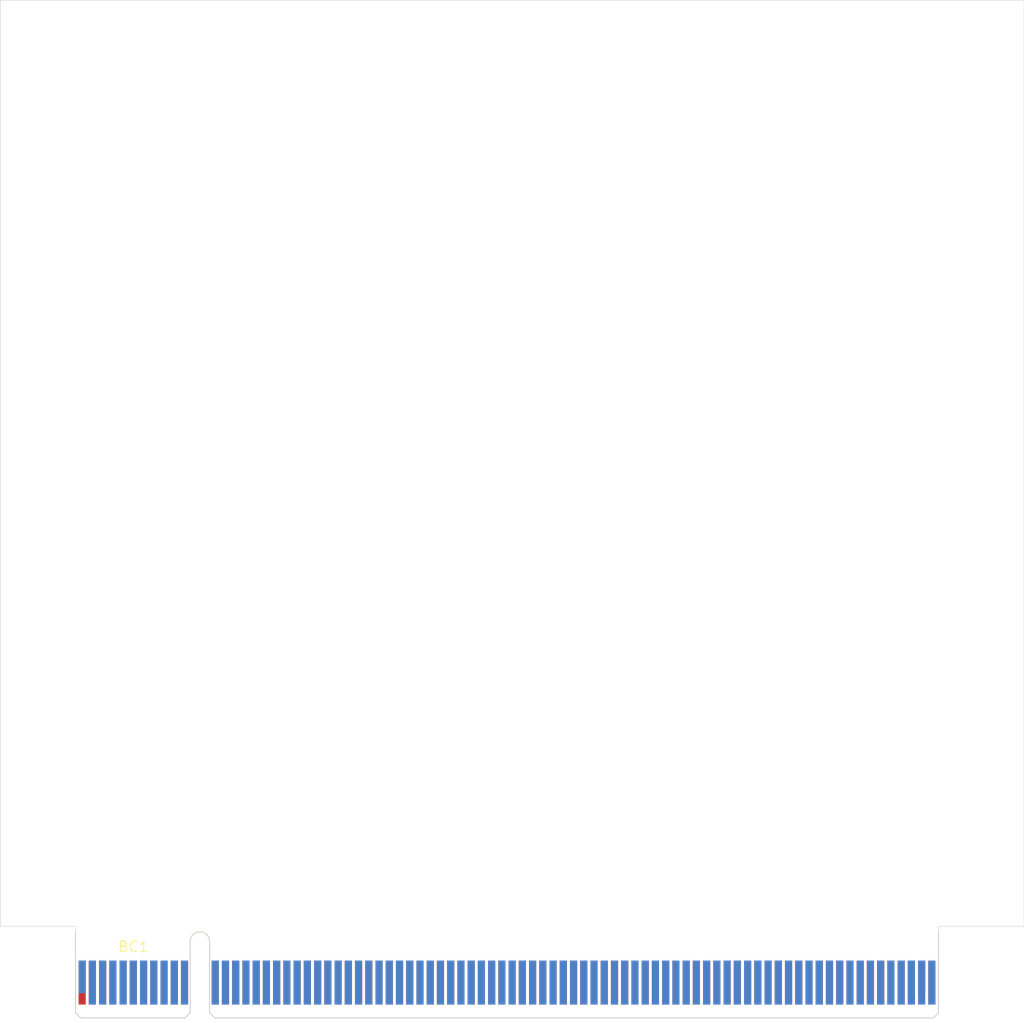
<source format=kicad_pcb>
(kicad_pcb (version 20241229) (generator "pcbnew") (generator_version "9.0")
  (layers (0 "F.Cu" signal) (2 "B.Cu" signal) (13 "F.Paste" user) (15 "B.Paste" user) (5 "F.SilkS" user "F.Silkscreen") (7 "B.SilkS" user "B.Silkscreen") (1 "F.Mask" user) (3 "B.Mask" user) (25 "Edge.Cuts" user))
  (net 0 "")
  (net 1 "VCC")
  (net 2 "GND")
  (net 71 "/LAC")
  (net 74 "/DATA0")
  (net 75 "/DATA1")
  (net 76 "/DATA2")
  (net 77 "/DATA3")
  (net 78 "/DATA4")
  (net 79 "/DATA5")
  (net 80 "/DATA6")
  (net 81 "/DATA7")
  (net 86 "/~{RAC}")
  (net 89 "/ACSHLEFT")
  (net 90 "/ACSHRIGHT")
  (net 93 "/~{CLK}")
  (footprint "Connector_PCBEdge:BUS_PCIexpress_x16" (layer "F.Cu") (at 96.5 124)
    (property "Reference" "BC1" (at 5 -3.5 0) (layer "F.SilkS"))
    (property "Value" "BusConnector")
    (fp_line (start -0.65 -4.95) (end -0.65 2.95) (stroke (width 0.1)) (layer "Edge.Cuts"))
    (fp_line (start -0.65 2.95) (end -0.15 3.45) (stroke (width 0.1)) (layer "Edge.Cuts"))
    (fp_line (start -0.15 3.45) (end 10.05 3.45) (stroke (width 0.1)) (layer "Edge.Cuts"))
    (fp_line (start 10.55 -4) (end 10.55 2.95) (stroke (width 0.1)) (layer "Edge.Cuts"))
    (fp_line (start 10.55 2.95) (end 10.05 3.45) (stroke (width 0.1)) (layer "Edge.Cuts"))
    (fp_line (start 12.45 -4) (end 12.45 2.95) (stroke (width 0.1)) (layer "Edge.Cuts"))
    (fp_line (start 12.45 2.95) (end 12.95 3.45) (stroke (width 0.1)) (layer "Edge.Cuts"))
    (fp_line (start 12.95 3.45) (end 83.15 3.45) (stroke (width 0.1)) (layer "Edge.Cuts"))
    (fp_line (start 83.65 -4.95) (end 83.65 2.95) (stroke (width 0.1)) (layer "Edge.Cuts"))
    (fp_line (start 83.65 2.95) (end 83.15 3.45) (stroke (width 0.1)) (layer "Edge.Cuts"))
    (fp_arc (start 10.55 -4) (mid 11.5 -4.95) (end 12.45 -4) (stroke (width 0.1)) (layer "Edge.Cuts"))
    (pad "A1" connect rect (at 0 -0.55) (size 0.7 3.2) (layers "B.Cu" "B.Mask") (net 1 "VCC"))
    (pad "A2" connect rect (at 1 0) (size 0.7 4.3) (layers "B.Cu" "B.Mask") (net 1 "VCC"))
    (pad "A3" connect rect (at 2 0) (size 0.7 4.3) (layers "B.Cu" "B.Mask") (net 1 "VCC"))
    (pad "A4" connect rect (at 3 0) (size 0.7 4.3) (layers "B.Cu" "B.Mask") (net 1 "VCC"))
    (pad "A5" connect rect (at 4 0) (size 0.7 4.3) (layers "B.Cu" "B.Mask") (net 1 "VCC"))
    (pad "A6" connect rect (at 5 0) (size 0.7 4.3) (layers "B.Cu" "B.Mask"))
    (pad "A7" connect rect (at 6 0) (size 0.7 4.3) (layers "B.Cu" "B.Mask"))
    (pad "A8" connect rect (at 7 0) (size 0.7 4.3) (layers "B.Cu" "B.Mask"))
    (pad "A9" connect rect (at 8 0) (size 0.7 4.3) (layers "B.Cu" "B.Mask"))
    (pad "A10" connect rect (at 9 0) (size 0.7 4.3) (layers "B.Cu" "B.Mask"))
    (pad "A11" connect rect (at 10 0) (size 0.7 4.3) (layers "B.Cu" "B.Mask"))
    (pad "A12" connect rect (at 13 0) (size 0.7 4.3) (layers "B.Cu" "B.Mask") (net 2 "GND"))
    (pad "A13" connect rect (at 14 0) (size 0.7 4.3) (layers "B.Cu" "B.Mask") (net 2 "GND"))
    (pad "A14" connect rect (at 15 0) (size 0.7 4.3) (layers "B.Cu" "B.Mask"))
    (pad "A15" connect rect (at 16 0) (size 0.7 4.3) (layers "B.Cu" "B.Mask"))
    (pad "A16" connect rect (at 17 0) (size 0.7 4.3) (layers "B.Cu" "B.Mask"))
    (pad "A17" connect rect (at 18 0) (size 0.7 4.3) (layers "B.Cu" "B.Mask"))
    (pad "A18" connect rect (at 19 0) (size 0.7 4.3) (layers "B.Cu" "B.Mask"))
    (pad "A19" connect rect (at 20 0) (size 0.7 4.3) (layers "B.Cu" "B.Mask"))
    (pad "A20" connect rect (at 21 0) (size 0.7 4.3) (layers "B.Cu" "B.Mask"))
    (pad "A21" connect rect (at 22 0) (size 0.7 4.3) (layers "B.Cu" "B.Mask") (net 71 "/LAC"))
    (pad "A22" connect rect (at 23 0) (size 0.7 4.3) (layers "B.Cu" "B.Mask"))
    (pad "A23" connect rect (at 24 0) (size 0.7 4.3) (layers "B.Cu" "B.Mask") (net 2 "GND"))
    (pad "A24" connect rect (at 25 0) (size 0.7 4.3) (layers "B.Cu" "B.Mask"))
    (pad "A25" connect rect (at 26 0) (size 0.7 4.3) (layers "B.Cu" "B.Mask"))
    (pad "A26" connect rect (at 27 0) (size 0.7 4.3) (layers "B.Cu" "B.Mask"))
    (pad "A27" connect rect (at 28 0) (size 0.7 4.3) (layers "B.Cu" "B.Mask"))
    (pad "A28" connect rect (at 29 0) (size 0.7 4.3) (layers "B.Cu" "B.Mask"))
    (pad "A29" connect rect (at 30 0) (size 0.7 4.3) (layers "B.Cu" "B.Mask"))
    (pad "A30" connect rect (at 31 0) (size 0.7 4.3) (layers "B.Cu" "B.Mask"))
    (pad "A31" connect rect (at 32 0) (size 0.7 4.3) (layers "B.Cu" "B.Mask"))
    (pad "A32" connect rect (at 33 0) (size 0.7 4.3) (layers "B.Cu" "B.Mask") (net 2 "GND"))
    (pad "A33" connect rect (at 34 0) (size 0.7 4.3) (layers "B.Cu" "B.Mask"))
    (pad "A34" connect rect (at 35 0) (size 0.7 4.3) (layers "B.Cu" "B.Mask"))
    (pad "A35" connect rect (at 36 0) (size 0.7 4.3) (layers "B.Cu" "B.Mask"))
    (pad "A36" connect rect (at 37 0) (size 0.7 4.3) (layers "B.Cu" "B.Mask"))
    (pad "A37" connect rect (at 38 0) (size 0.7 4.3) (layers "B.Cu" "B.Mask"))
    (pad "A38" connect rect (at 39 0) (size 0.7 4.3) (layers "B.Cu" "B.Mask"))
    (pad "A39" connect rect (at 40 0) (size 0.7 4.3) (layers "B.Cu" "B.Mask"))
    (pad "A40" connect rect (at 41 0) (size 0.7 4.3) (layers "B.Cu" "B.Mask"))
    (pad "A41" connect rect (at 42 0) (size 0.7 4.3) (layers "B.Cu" "B.Mask") (net 2 "GND"))
    (pad "A42" connect rect (at 43 0) (size 0.7 4.3) (layers "B.Cu" "B.Mask"))
    (pad "A43" connect rect (at 44 0) (size 0.7 4.3) (layers "B.Cu" "B.Mask"))
    (pad "A44" connect rect (at 45 0) (size 0.7 4.3) (layers "B.Cu" "B.Mask"))
    (pad "A45" connect rect (at 46 0) (size 0.7 4.3) (layers "B.Cu" "B.Mask"))
    (pad "A46" connect rect (at 47 0) (size 0.7 4.3) (layers "B.Cu" "B.Mask"))
    (pad "A47" connect rect (at 48 0) (size 0.7 4.3) (layers "B.Cu" "B.Mask"))
    (pad "A48" connect rect (at 49 0) (size 0.7 4.3) (layers "B.Cu" "B.Mask"))
    (pad "A49" connect rect (at 50 0) (size 0.7 4.3) (layers "B.Cu" "B.Mask"))
    (pad "A50" connect rect (at 51 0) (size 0.7 4.3) (layers "B.Cu" "B.Mask") (net 2 "GND"))
    (pad "A51" connect rect (at 52 0) (size 0.7 4.3) (layers "B.Cu" "B.Mask") (net 74 "/DATA0"))
    (pad "A52" connect rect (at 53 0) (size 0.7 4.3) (layers "B.Cu" "B.Mask") (net 75 "/DATA1"))
    (pad "A53" connect rect (at 54 0) (size 0.7 4.3) (layers "B.Cu" "B.Mask") (net 76 "/DATA2"))
    (pad "A54" connect rect (at 55 0) (size 0.7 4.3) (layers "B.Cu" "B.Mask") (net 77 "/DATA3"))
    (pad "A55" connect rect (at 56 0) (size 0.7 4.3) (layers "B.Cu" "B.Mask") (net 78 "/DATA4"))
    (pad "A56" connect rect (at 57 0) (size 0.7 4.3) (layers "B.Cu" "B.Mask") (net 79 "/DATA5"))
    (pad "A57" connect rect (at 58 0) (size 0.7 4.3) (layers "B.Cu" "B.Mask") (net 80 "/DATA6"))
    (pad "A58" connect rect (at 59 0) (size 0.7 4.3) (layers "B.Cu" "B.Mask") (net 81 "/DATA7"))
    (pad "A59" connect rect (at 60 0) (size 0.7 4.3) (layers "B.Cu" "B.Mask") (net 2 "GND"))
    (pad "A60" connect rect (at 61 0) (size 0.7 4.3) (layers "B.Cu" "B.Mask"))
    (pad "A61" connect rect (at 62 0) (size 0.7 4.3) (layers "B.Cu" "B.Mask"))
    (pad "A62" connect rect (at 63 0) (size 0.7 4.3) (layers "B.Cu" "B.Mask"))
    (pad "A63" connect rect (at 64 0) (size 0.7 4.3) (layers "B.Cu" "B.Mask") (net 2 "GND"))
    (pad "A64" connect rect (at 65 0) (size 0.7 4.3) (layers "B.Cu" "B.Mask") (net 2 "GND"))
    (pad "A65" connect rect (at 66 0) (size 0.7 4.3) (layers "B.Cu" "B.Mask") (net 2 "GND"))
    (pad "A66" connect rect (at 67 0) (size 0.7 4.3) (layers "B.Cu" "B.Mask") (net 2 "GND"))
    (pad "A67" connect rect (at 68 0) (size 0.7 4.3) (layers "B.Cu" "B.Mask"))
    (pad "A68" connect rect (at 69 0) (size 0.7 4.3) (layers "B.Cu" "B.Mask"))
    (pad "A69" connect rect (at 70 0) (size 0.7 4.3) (layers "B.Cu" "B.Mask"))
    (pad "A70" connect rect (at 71 0) (size 0.7 4.3) (layers "B.Cu" "B.Mask") (net 2 "GND"))
    (pad "A71" connect rect (at 72 0) (size 0.7 4.3) (layers "B.Cu" "B.Mask") (net 2 "GND"))
    (pad "A72" connect rect (at 73 0) (size 0.7 4.3) (layers "B.Cu" "B.Mask") (net 2 "GND"))
    (pad "A73" connect rect (at 74 0) (size 0.7 4.3) (layers "B.Cu" "B.Mask") (net 2 "GND"))
    (pad "A74" connect rect (at 75 0) (size 0.7 4.3) (layers "B.Cu" "B.Mask") (net 2 "GND"))
    (pad "A75" connect rect (at 76 0) (size 0.7 4.3) (layers "B.Cu" "B.Mask") (net 2 "GND"))
    (pad "A76" connect rect (at 77 0) (size 0.7 4.3) (layers "B.Cu" "B.Mask") (net 2 "GND"))
    (pad "A77" connect rect (at 78 0) (size 0.7 4.3) (layers "B.Cu" "B.Mask"))
    (pad "A78" connect rect (at 79 0) (size 0.7 4.3) (layers "B.Cu" "B.Mask"))
    (pad "A79" connect rect (at 80 0) (size 0.7 4.3) (layers "B.Cu" "B.Mask"))
    (pad "A80" connect rect (at 81 0) (size 0.7 4.3) (layers "B.Cu" "B.Mask"))
    (pad "A81" connect rect (at 82 0) (size 0.7 4.3) (layers "B.Cu" "B.Mask"))
    (pad "A82" connect rect (at 83 0) (size 0.7 4.3) (layers "B.Cu" "B.Mask"))
    (pad "B1" connect rect (at 0 0) (size 0.7 4.3) (layers "F.Cu" "F.Mask") (net 1 "VCC"))
    (pad "B2" connect rect (at 1 0) (size 0.7 4.3) (layers "F.Cu" "F.Mask") (net 1 "VCC"))
    (pad "B3" connect rect (at 2 0) (size 0.7 4.3) (layers "F.Cu" "F.Mask") (net 1 "VCC"))
    (pad "B4" connect rect (at 3 0) (size 0.7 4.3) (layers "F.Cu" "F.Mask") (net 1 "VCC"))
    (pad "B5" connect rect (at 4 0) (size 0.7 4.3) (layers "F.Cu" "F.Mask") (net 1 "VCC"))
    (pad "B6" connect rect (at 5 0) (size 0.7 4.3) (layers "F.Cu" "F.Mask"))
    (pad "B7" connect rect (at 6 0) (size 0.7 4.3) (layers "F.Cu" "F.Mask"))
    (pad "B8" connect rect (at 7 0) (size 0.7 4.3) (layers "F.Cu" "F.Mask"))
    (pad "B9" connect rect (at 8 0) (size 0.7 4.3) (layers "F.Cu" "F.Mask"))
    (pad "B10" connect rect (at 9 0) (size 0.7 4.3) (layers "F.Cu" "F.Mask"))
    (pad "B11" connect rect (at 10 0) (size 0.7 4.3) (layers "F.Cu" "F.Mask"))
    (pad "B12" connect rect (at 13 0) (size 0.7 4.3) (layers "F.Cu" "F.Mask") (net 2 "GND"))
    (pad "B13" connect rect (at 14 0) (size 0.7 4.3) (layers "F.Cu" "F.Mask") (net 2 "GND"))
    (pad "B14" connect rect (at 15 0) (size 0.7 4.3) (layers "F.Cu" "F.Mask"))
    (pad "B15" connect rect (at 16 0) (size 0.7 4.3) (layers "F.Cu" "F.Mask"))
    (pad "B16" connect rect (at 17 0) (size 0.7 4.3) (layers "F.Cu" "F.Mask"))
    (pad "B17" connect rect (at 18 0) (size 0.7 4.3) (layers "F.Cu" "F.Mask"))
    (pad "B18" connect rect (at 19 0) (size 0.7 4.3) (layers "F.Cu" "F.Mask"))
    (pad "B19" connect rect (at 20 0) (size 0.7 4.3) (layers "F.Cu" "F.Mask"))
    (pad "B20" connect rect (at 21 0) (size 0.7 4.3) (layers "F.Cu" "F.Mask"))
    (pad "B21" connect rect (at 22 0) (size 0.7 4.3) (layers "F.Cu" "F.Mask") (net 86 "/~{RAC}"))
    (pad "B22" connect rect (at 23 0) (size 0.7 4.3) (layers "F.Cu" "F.Mask"))
    (pad "B23" connect rect (at 24 0) (size 0.7 4.3) (layers "F.Cu" "F.Mask") (net 2 "GND"))
    (pad "B24" connect rect (at 25 0) (size 0.7 4.3) (layers "F.Cu" "F.Mask"))
    (pad "B25" connect rect (at 26 0) (size 0.7 4.3) (layers "F.Cu" "F.Mask"))
    (pad "B26" connect rect (at 27 0) (size 0.7 4.3) (layers "F.Cu" "F.Mask"))
    (pad "B27" connect rect (at 28 0) (size 0.7 4.3) (layers "F.Cu" "F.Mask"))
    (pad "B28" connect rect (at 29 0) (size 0.7 4.3) (layers "F.Cu" "F.Mask"))
    (pad "B29" connect rect (at 30 0) (size 0.7 4.3) (layers "F.Cu" "F.Mask"))
    (pad "B30" connect rect (at 31 0) (size 0.7 4.3) (layers "F.Cu" "F.Mask"))
    (pad "B31" connect rect (at 32 0) (size 0.7 4.3) (layers "F.Cu" "F.Mask"))
    (pad "B32" connect rect (at 33 0) (size 0.7 4.3) (layers "F.Cu" "F.Mask") (net 2 "GND"))
    (pad "B33" connect rect (at 34 0) (size 0.7 4.3) (layers "F.Cu" "F.Mask"))
    (pad "B34" connect rect (at 35 0) (size 0.7 4.3) (layers "F.Cu" "F.Mask"))
    (pad "B35" connect rect (at 36 0) (size 0.7 4.3) (layers "F.Cu" "F.Mask"))
    (pad "B36" connect rect (at 37 0) (size 0.7 4.3) (layers "F.Cu" "F.Mask"))
    (pad "B37" connect rect (at 38 0) (size 0.7 4.3) (layers "F.Cu" "F.Mask"))
    (pad "B38" connect rect (at 39 0) (size 0.7 4.3) (layers "F.Cu" "F.Mask"))
    (pad "B39" connect rect (at 40 0) (size 0.7 4.3) (layers "F.Cu" "F.Mask"))
    (pad "B40" connect rect (at 41 0) (size 0.7 4.3) (layers "F.Cu" "F.Mask"))
    (pad "B41" connect rect (at 42 0) (size 0.7 4.3) (layers "F.Cu" "F.Mask") (net 2 "GND"))
    (pad "B42" connect rect (at 43 0) (size 0.7 4.3) (layers "F.Cu" "F.Mask"))
    (pad "B43" connect rect (at 44 0) (size 0.7 4.3) (layers "F.Cu" "F.Mask"))
    (pad "B44" connect rect (at 45 0) (size 0.7 4.3) (layers "F.Cu" "F.Mask"))
    (pad "B45" connect rect (at 46 0) (size 0.7 4.3) (layers "F.Cu" "F.Mask"))
    (pad "B46" connect rect (at 47 0) (size 0.7 4.3) (layers "F.Cu" "F.Mask"))
    (pad "B47" connect rect (at 48 0) (size 0.7 4.3) (layers "F.Cu" "F.Mask"))
    (pad "B48" connect rect (at 49 0) (size 0.7 4.3) (layers "F.Cu" "F.Mask"))
    (pad "B49" connect rect (at 50 0) (size 0.7 4.3) (layers "F.Cu" "F.Mask"))
    (pad "B50" connect rect (at 51 0) (size 0.7 4.3) (layers "F.Cu" "F.Mask") (net 2 "GND"))
    (pad "B51" connect rect (at 52 0) (size 0.7 4.3) (layers "F.Cu" "F.Mask"))
    (pad "B52" connect rect (at 53 0) (size 0.7 4.3) (layers "F.Cu" "F.Mask"))
    (pad "B53" connect rect (at 54 0) (size 0.7 4.3) (layers "F.Cu" "F.Mask"))
    (pad "B54" connect rect (at 55 0) (size 0.7 4.3) (layers "F.Cu" "F.Mask"))
    (pad "B55" connect rect (at 56 0) (size 0.7 4.3) (layers "F.Cu" "F.Mask") (net 89 "/ACSHLEFT"))
    (pad "B56" connect rect (at 57 0) (size 0.7 4.3) (layers "F.Cu" "F.Mask") (net 90 "/ACSHRIGHT"))
    (pad "B57" connect rect (at 58 0) (size 0.7 4.3) (layers "F.Cu" "F.Mask"))
    (pad "B58" connect rect (at 59 0) (size 0.7 4.3) (layers "F.Cu" "F.Mask"))
    (pad "B59" connect rect (at 60 0) (size 0.7 4.3) (layers "F.Cu" "F.Mask") (net 2 "GND"))
    (pad "B60" connect rect (at 61 0) (size 0.7 4.3) (layers "F.Cu" "F.Mask"))
    (pad "B61" connect rect (at 62 0) (size 0.7 4.3) (layers "F.Cu" "F.Mask"))
    (pad "B62" connect rect (at 63 0) (size 0.7 4.3) (layers "F.Cu" "F.Mask") (net 2 "GND"))
    (pad "B63" connect rect (at 64 0) (size 0.7 4.3) (layers "F.Cu" "F.Mask") (net 2 "GND"))
    (pad "B64" connect rect (at 65 0) (size 0.7 4.3) (layers "F.Cu" "F.Mask") (net 2 "GND"))
    (pad "B65" connect rect (at 66 0) (size 0.7 4.3) (layers "F.Cu" "F.Mask") (net 2 "GND"))
    (pad "B66" connect rect (at 67 0) (size 0.7 4.3) (layers "F.Cu" "F.Mask") (net 2 "GND"))
    (pad "B67" connect rect (at 68 0) (size 0.7 4.3) (layers "F.Cu" "F.Mask") (net 2 "GND"))
    (pad "B68" connect rect (at 69 0) (size 0.7 4.3) (layers "F.Cu" "F.Mask") (net 2 "GND"))
    (pad "B69" connect rect (at 70 0) (size 0.7 4.3) (layers "F.Cu" "F.Mask") (net 2 "GND"))
    (pad "B70" connect rect (at 71 0) (size 0.7 4.3) (layers "F.Cu" "F.Mask") (net 2 "GND"))
    (pad "B71" connect rect (at 72 0) (size 0.7 4.3) (layers "F.Cu" "F.Mask") (net 2 "GND"))
    (pad "B72" connect rect (at 73 0) (size 0.7 4.3) (layers "F.Cu" "F.Mask") (net 2 "GND"))
    (pad "B73" connect rect (at 74 0) (size 0.7 4.3) (layers "F.Cu" "F.Mask") (net 93 "/~{CLK}"))
    (pad "B74" connect rect (at 75 0) (size 0.7 4.3) (layers "F.Cu" "F.Mask"))
    (pad "B75" connect rect (at 76 0) (size 0.7 4.3) (layers "F.Cu" "F.Mask") (net 2 "GND"))
    (pad "B76" connect rect (at 77 0) (size 0.7 4.3) (layers "F.Cu" "F.Mask") (net 2 "GND"))
    (pad "B77" connect rect (at 78 0) (size 0.7 4.3) (layers "F.Cu" "F.Mask"))
    (pad "B78" connect rect (at 79 0) (size 0.7 4.3) (layers "F.Cu" "F.Mask"))
    (pad "B79" connect rect (at 80 0) (size 0.7 4.3) (layers "F.Cu" "F.Mask"))
    (pad "B80" connect rect (at 81 0) (size 0.7 4.3) (layers "F.Cu" "F.Mask"))
    (pad "B81" connect rect (at 82 -0.55) (size 0.7 3.2) (layers "F.Cu" "F.Mask"))
    (pad "B82" connect rect (at 83 0) (size 0.7 4.3) (layers "F.Cu" "F.Mask"))
  )
  (gr_line (start 186.5 28) (end 90.5 28) (stroke (width 0.05)) (layer "Edge.Cuts"))
  (gr_line (start 88.5 116) (end 88.5 118.5) (stroke (width 0.05)) (layer "Edge.Cuts"))
  (gr_line (start 88.5 118.5) (end 95.85 118.5) (stroke (width 0.05)) (layer "Edge.Cuts"))
  (gr_line (start 180.15 118.5) (end 188.5 118.5) (stroke (width 0.05)) (layer "Edge.Cuts"))
  (gr_line (start 180.15 119.05) (end 180.15 118.5) (stroke (width 0.05)) (layer "Edge.Cuts"))
  (gr_line (start 188.5 116) (end 188.5 118.5) (stroke (width 0.05)) (layer "Edge.Cuts"))
  (gr_line (start 88.5 114.5) (end 88.5 28) (stroke (width 0.05)) (layer "Edge.Cuts"))
  (gr_line (start 188.5 28) (end 186.5 28) (stroke (width 0.05)) (layer "Edge.Cuts"))
  (gr_line (start 188.5 28) (end 188.5 116) (stroke (width 0.05)) (layer "Edge.Cuts"))
  (gr_line (start 88.5 114.5) (end 88.5 116) (stroke (width 0.05)) (layer "Edge.Cuts"))
  (gr_line (start 95.85 119.05) (end 95.85 118.5) (stroke (width 0.05)) (layer "Edge.Cuts"))
  (gr_line (start 90.5 28) (end 88.5 28) (stroke (width 0.05)) (layer "Edge.Cuts"))
)
</source>
